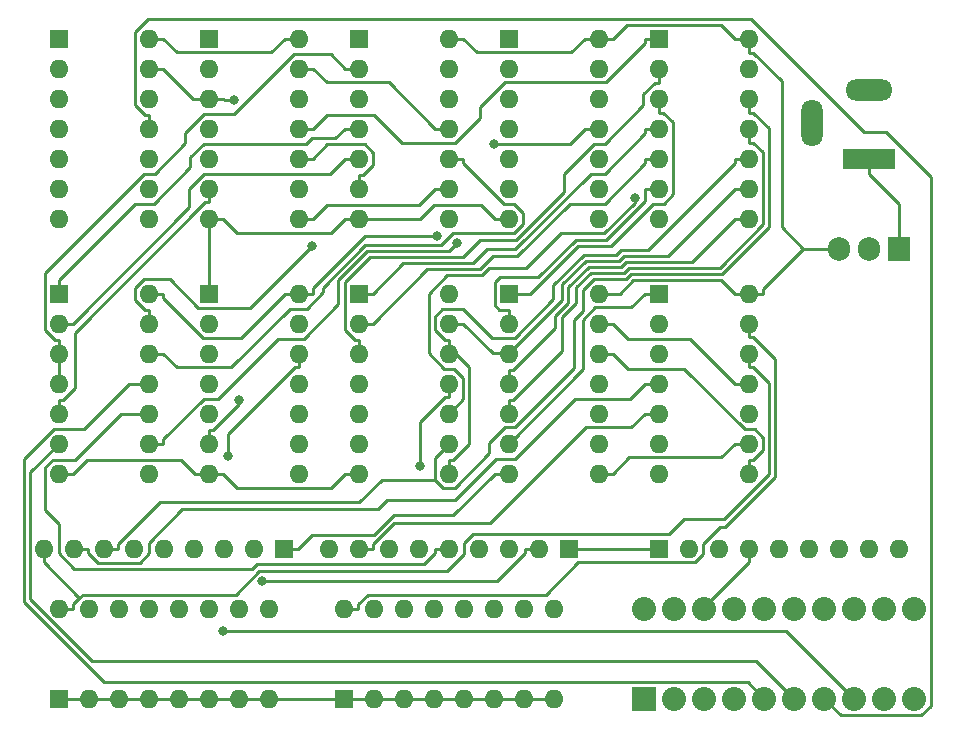
<source format=gbr>
%TF.GenerationSoftware,KiCad,Pcbnew,7.0.7*%
%TF.CreationDate,2023-10-12T01:51:54+03:00*%
%TF.ProjectId,main,6d61696e-2e6b-4696-9361-645f70636258,rev?*%
%TF.SameCoordinates,Original*%
%TF.FileFunction,Copper,L1,Top*%
%TF.FilePolarity,Positive*%
%FSLAX46Y46*%
G04 Gerber Fmt 4.6, Leading zero omitted, Abs format (unit mm)*
G04 Created by KiCad (PCBNEW 7.0.7) date 2023-10-12 01:51:54*
%MOMM*%
%LPD*%
G01*
G04 APERTURE LIST*
%TA.AperFunction,ComponentPad*%
%ADD10R,4.400000X1.800000*%
%TD*%
%TA.AperFunction,ComponentPad*%
%ADD11O,4.000000X1.800000*%
%TD*%
%TA.AperFunction,ComponentPad*%
%ADD12O,1.800000X4.000000*%
%TD*%
%TA.AperFunction,ComponentPad*%
%ADD13R,1.600000X1.600000*%
%TD*%
%TA.AperFunction,ComponentPad*%
%ADD14O,1.600000X1.600000*%
%TD*%
%TA.AperFunction,ComponentPad*%
%ADD15R,1.905000X2.000000*%
%TD*%
%TA.AperFunction,ComponentPad*%
%ADD16O,1.905000X2.000000*%
%TD*%
%TA.AperFunction,ComponentPad*%
%ADD17R,2.032000X2.032000*%
%TD*%
%TA.AperFunction,ComponentPad*%
%ADD18C,2.032000*%
%TD*%
%TA.AperFunction,ViaPad*%
%ADD19C,0.800000*%
%TD*%
%TA.AperFunction,Conductor*%
%ADD20C,0.250000*%
%TD*%
G04 APERTURE END LIST*
D10*
%TO.P,J1,1*%
%TO.N,Net-(U1-IN)*%
X124460000Y-44450000D03*
D11*
%TO.P,J1,2*%
%TO.N,GND*%
X124460000Y-38650000D03*
D12*
%TO.P,J1,3*%
%TO.N,N/C*%
X119660000Y-41450000D03*
%TD*%
D13*
%TO.P,OR2,1*%
%TO.N,Net-(AND3-Pad3)*%
X93980000Y-55875000D03*
D14*
%TO.P,OR2,2*%
%TO.N,Net-(AND3-Pad6)*%
X93980000Y-58415000D03*
%TO.P,OR2,3*%
%TO.N,/full_adder4/C_{in}*%
X93980000Y-60955000D03*
%TO.P,OR2,4*%
%TO.N,Net-(AND3-Pad8)*%
X93980000Y-63495000D03*
%TO.P,OR2,5*%
%TO.N,Net-(AND3-Pad11)*%
X93980000Y-66035000D03*
%TO.P,OR2,6*%
%TO.N,/full_adder4/C_{out}*%
X93980000Y-68575000D03*
%TO.P,OR2,7,GND*%
%TO.N,GND*%
X93980000Y-71115000D03*
%TO.P,OR2,8*%
%TO.N,/full_adder6/C_{out}*%
X101600000Y-71115000D03*
%TO.P,OR2,9*%
%TO.N,Net-(AND4-Pad3)*%
X101600000Y-68575000D03*
%TO.P,OR2,10*%
%TO.N,Net-(AND4-Pad6)*%
X101600000Y-66035000D03*
%TO.P,OR2,11*%
%TO.N,/full_adder7/C_{out}*%
X101600000Y-63495000D03*
%TO.P,OR2,12*%
%TO.N,Net-(AND4-Pad8)*%
X101600000Y-60955000D03*
%TO.P,OR2,13*%
%TO.N,Net-(AND4-Pad11)*%
X101600000Y-58415000D03*
%TO.P,OR2,14,VCC*%
%TO.N,+5V*%
X101600000Y-55875000D03*
%TD*%
D13*
%TO.P,AND3,1*%
%TO.N,/full_adder3/C_{out}*%
X106680000Y-34295000D03*
D14*
%TO.P,AND3,2*%
%TO.N,Net-(AND3-Pad2)*%
X106680000Y-36835000D03*
%TO.P,AND3,3*%
%TO.N,Net-(AND3-Pad3)*%
X106680000Y-39375000D03*
%TO.P,AND3,4*%
%TO.N,A_{4}*%
X106680000Y-41915000D03*
%TO.P,AND3,5*%
%TO.N,B_{4}*%
X106680000Y-44455000D03*
%TO.P,AND3,6*%
%TO.N,Net-(AND3-Pad6)*%
X106680000Y-46995000D03*
%TO.P,AND3,7,GND*%
%TO.N,GND*%
X106680000Y-49535000D03*
%TO.P,AND3,8*%
%TO.N,Net-(AND3-Pad8)*%
X114300000Y-49535000D03*
%TO.P,AND3,9*%
%TO.N,/full_adder4/C_{in}*%
X114300000Y-46995000D03*
%TO.P,AND3,10*%
%TO.N,Net-(AND3-Pad10)*%
X114300000Y-44455000D03*
%TO.P,AND3,11*%
%TO.N,Net-(AND3-Pad11)*%
X114300000Y-41915000D03*
%TO.P,AND3,12*%
%TO.N,A_{5}*%
X114300000Y-39375000D03*
%TO.P,AND3,13*%
%TO.N,B_{5}*%
X114300000Y-36835000D03*
%TO.P,AND3,14,VCC*%
%TO.N,+5V*%
X114300000Y-34295000D03*
%TD*%
D13*
%TO.P,XOR3,1*%
%TO.N,A_{4}*%
X81280000Y-55875000D03*
D14*
%TO.P,XOR3,2*%
%TO.N,B_{4}*%
X81280000Y-58415000D03*
%TO.P,XOR3,3*%
%TO.N,Net-(AND3-Pad2)*%
X81280000Y-60955000D03*
%TO.P,XOR3,4*%
X81280000Y-63495000D03*
%TO.P,XOR3,5*%
%TO.N,/full_adder3/C_{out}*%
X81280000Y-66035000D03*
%TO.P,XOR3,6*%
%TO.N,C_{4}*%
X81280000Y-68575000D03*
%TO.P,XOR3,7,GND*%
%TO.N,GND*%
X81280000Y-71115000D03*
%TO.P,XOR3,8*%
%TO.N,Net-(AND3-Pad10)*%
X88900000Y-71115000D03*
%TO.P,XOR3,9*%
%TO.N,A_{5}*%
X88900000Y-68575000D03*
%TO.P,XOR3,10*%
%TO.N,B_{5}*%
X88900000Y-66035000D03*
%TO.P,XOR3,11*%
%TO.N,C_{5}*%
X88900000Y-63495000D03*
%TO.P,XOR3,12*%
%TO.N,Net-(AND3-Pad10)*%
X88900000Y-60955000D03*
%TO.P,XOR3,13*%
%TO.N,/full_adder4/C_{in}*%
X88900000Y-58415000D03*
%TO.P,XOR3,14,VCC*%
%TO.N,+5V*%
X88900000Y-55875000D03*
%TD*%
D15*
%TO.P,U1,1,IN*%
%TO.N,Net-(U1-IN)*%
X127000000Y-52070000D03*
D16*
%TO.P,U1,2,GND*%
%TO.N,GND*%
X124460000Y-52070000D03*
%TO.P,U1,3,OUT*%
%TO.N,+5V*%
X121920000Y-52070000D03*
%TD*%
D13*
%TO.P,SW2,1*%
%TO.N,+5V*%
X80010000Y-90170000D03*
D14*
%TO.P,SW2,2*%
X82550000Y-90170000D03*
%TO.P,SW2,3*%
X85090000Y-90170000D03*
%TO.P,SW2,4*%
X87630000Y-90170000D03*
%TO.P,SW2,5*%
X90170000Y-90170000D03*
%TO.P,SW2,6*%
X92710000Y-90170000D03*
%TO.P,SW2,7*%
X95250000Y-90170000D03*
%TO.P,SW2,8*%
X97790000Y-90170000D03*
%TO.P,SW2,9*%
%TO.N,B_{0}*%
X97790000Y-82550000D03*
%TO.P,SW2,10*%
%TO.N,B_{1}*%
X95250000Y-82550000D03*
%TO.P,SW2,11*%
%TO.N,B_{2}*%
X92710000Y-82550000D03*
%TO.P,SW2,12*%
%TO.N,B_{3}*%
X90170000Y-82550000D03*
%TO.P,SW2,13*%
%TO.N,B_{4}*%
X87630000Y-82550000D03*
%TO.P,SW2,14*%
%TO.N,B_{5}*%
X85090000Y-82550000D03*
%TO.P,SW2,15*%
%TO.N,B_{6}*%
X82550000Y-82550000D03*
%TO.P,SW2,16*%
%TO.N,B_{7}*%
X80010000Y-82550000D03*
%TD*%
D13*
%TO.P,RN2,1,common*%
%TO.N,GND*%
X99060000Y-77470000D03*
D14*
%TO.P,RN2,2,R1*%
%TO.N,B_{0}*%
X96520000Y-77470000D03*
%TO.P,RN2,3,R2*%
%TO.N,B_{1}*%
X93980000Y-77470000D03*
%TO.P,RN2,4,R3*%
%TO.N,B_{2}*%
X91440000Y-77470000D03*
%TO.P,RN2,5,R4*%
%TO.N,B_{3}*%
X88900000Y-77470000D03*
%TO.P,RN2,6,R5*%
%TO.N,B_{4}*%
X86360000Y-77470000D03*
%TO.P,RN2,7,R6*%
%TO.N,B_{5}*%
X83820000Y-77470000D03*
%TO.P,RN2,8,R7*%
%TO.N,B_{6}*%
X81280000Y-77470000D03*
%TO.P,RN2,9,R8*%
%TO.N,B_{7}*%
X78740000Y-77470000D03*
%TD*%
D13*
%TO.P,OR1,1*%
%TO.N,Net-(AND1-Pad3)*%
X68580000Y-34290000D03*
D14*
%TO.P,OR1,2*%
%TO.N,Net-(AND1-Pad6)*%
X68580000Y-36830000D03*
%TO.P,OR1,3*%
%TO.N,/full_adder/C_{out}*%
X68580000Y-39370000D03*
%TO.P,OR1,4*%
%TO.N,Net-(AND1-Pad8)*%
X68580000Y-41910000D03*
%TO.P,OR1,5*%
%TO.N,Net-(AND1-Pad11)*%
X68580000Y-44450000D03*
%TO.P,OR1,6*%
%TO.N,/full_adder1/C_{out}*%
X68580000Y-46990000D03*
%TO.P,OR1,7,GND*%
%TO.N,GND*%
X68580000Y-49530000D03*
%TO.P,OR1,8*%
%TO.N,/full_adder2/C_{out}*%
X76200000Y-49530000D03*
%TO.P,OR1,9*%
%TO.N,Net-(AND2-Pad3)*%
X76200000Y-46990000D03*
%TO.P,OR1,10*%
%TO.N,Net-(AND2-Pad6)*%
X76200000Y-44450000D03*
%TO.P,OR1,11*%
%TO.N,/full_adder3/C_{out}*%
X76200000Y-41910000D03*
%TO.P,OR1,12*%
%TO.N,Net-(AND2-Pad8)*%
X76200000Y-39370000D03*
%TO.P,OR1,13*%
%TO.N,Net-(AND2-Pad11)*%
X76200000Y-36830000D03*
%TO.P,OR1,14,VCC*%
%TO.N,+5V*%
X76200000Y-34290000D03*
%TD*%
D13*
%TO.P,SW1,1*%
%TO.N,+5V*%
X55880000Y-90170000D03*
D14*
%TO.P,SW1,2*%
X58420000Y-90170000D03*
%TO.P,SW1,3*%
X60960000Y-90170000D03*
%TO.P,SW1,4*%
X63500000Y-90170000D03*
%TO.P,SW1,5*%
X66040000Y-90170000D03*
%TO.P,SW1,6*%
X68580000Y-90170000D03*
%TO.P,SW1,7*%
X71120000Y-90170000D03*
%TO.P,SW1,8*%
X73660000Y-90170000D03*
%TO.P,SW1,9*%
%TO.N,A_{0}*%
X73660000Y-82550000D03*
%TO.P,SW1,10*%
%TO.N,A_{1}*%
X71120000Y-82550000D03*
%TO.P,SW1,11*%
%TO.N,A_{2}*%
X68580000Y-82550000D03*
%TO.P,SW1,12*%
%TO.N,A_{3}*%
X66040000Y-82550000D03*
%TO.P,SW1,13*%
%TO.N,A_{4}*%
X63500000Y-82550000D03*
%TO.P,SW1,14*%
%TO.N,A_{5}*%
X60960000Y-82550000D03*
%TO.P,SW1,15*%
%TO.N,A_{6}*%
X58420000Y-82550000D03*
%TO.P,SW1,16*%
%TO.N,A_{7}*%
X55880000Y-82550000D03*
%TD*%
D13*
%TO.P,RN1,1,common*%
%TO.N,GND*%
X74930000Y-77470000D03*
D14*
%TO.P,RN1,2,R1*%
%TO.N,A_{0}*%
X72390000Y-77470000D03*
%TO.P,RN1,3,R2*%
%TO.N,A_{1}*%
X69850000Y-77470000D03*
%TO.P,RN1,4,R3*%
%TO.N,A_{2}*%
X67310000Y-77470000D03*
%TO.P,RN1,5,R4*%
%TO.N,A_{3}*%
X64770000Y-77470000D03*
%TO.P,RN1,6,R5*%
%TO.N,A_{4}*%
X62230000Y-77470000D03*
%TO.P,RN1,7,R6*%
%TO.N,A_{5}*%
X59690000Y-77470000D03*
%TO.P,RN1,8,R7*%
%TO.N,A_{6}*%
X57150000Y-77470000D03*
%TO.P,RN1,9,R8*%
%TO.N,A_{7}*%
X54610000Y-77470000D03*
%TD*%
D13*
%TO.P,XOR2,1*%
%TO.N,A_{2}*%
X55880000Y-55880000D03*
D14*
%TO.P,XOR2,2*%
%TO.N,B_{2}*%
X55880000Y-58420000D03*
%TO.P,XOR2,3*%
%TO.N,Net-(AND2-Pad2)*%
X55880000Y-60960000D03*
%TO.P,XOR2,4*%
X55880000Y-63500000D03*
%TO.P,XOR2,5*%
%TO.N,/full_adder1/C_{out}*%
X55880000Y-66040000D03*
%TO.P,XOR2,6*%
%TO.N,C_{2}*%
X55880000Y-68580000D03*
%TO.P,XOR2,7,GND*%
%TO.N,GND*%
X55880000Y-71120000D03*
%TO.P,XOR2,8*%
%TO.N,Net-(AND2-Pad10)*%
X63500000Y-71120000D03*
%TO.P,XOR2,9*%
%TO.N,A_{3}*%
X63500000Y-68580000D03*
%TO.P,XOR2,10*%
%TO.N,B_{3}*%
X63500000Y-66040000D03*
%TO.P,XOR2,11*%
%TO.N,C_{3}*%
X63500000Y-63500000D03*
%TO.P,XOR2,12*%
%TO.N,Net-(AND2-Pad10)*%
X63500000Y-60960000D03*
%TO.P,XOR2,13*%
%TO.N,/full_adder2/C_{out}*%
X63500000Y-58420000D03*
%TO.P,XOR2,14,VCC*%
%TO.N,+5V*%
X63500000Y-55880000D03*
%TD*%
D17*
%TO.P,BAR1,1,A*%
%TO.N,C_{7}*%
X105410000Y-90170000D03*
D18*
%TO.P,BAR1,2,A*%
%TO.N,C_{6}*%
X107950000Y-90170000D03*
%TO.P,BAR1,3,A*%
%TO.N,C_{5}*%
X110490000Y-90170000D03*
%TO.P,BAR1,4,A*%
%TO.N,C_{4}*%
X113030000Y-90170000D03*
%TO.P,BAR1,5,A*%
%TO.N,C_{3}*%
X115570000Y-90170000D03*
%TO.P,BAR1,6,A*%
%TO.N,C_{2}*%
X118110000Y-90170000D03*
%TO.P,BAR1,7,A*%
%TO.N,C_{1}*%
X120650000Y-90170000D03*
%TO.P,BAR1,8,A*%
%TO.N,C_{0}*%
X123190000Y-90170000D03*
%TO.P,BAR1,9,A*%
%TO.N,unconnected-(BAR1-A-Pad9)*%
X125730000Y-90170000D03*
%TO.P,BAR1,10,A*%
%TO.N,unconnected-(BAR1-A-Pad10)*%
X128270000Y-90170000D03*
%TO.P,BAR1,11,K*%
%TO.N,unconnected-(BAR1-K-Pad11)*%
X128270000Y-82550000D03*
%TO.P,BAR1,12,K*%
%TO.N,unconnected-(BAR1-K-Pad12)*%
X125730000Y-82550000D03*
%TO.P,BAR1,13,K*%
%TO.N,Net-(RN3-R8)*%
X123190000Y-82550000D03*
%TO.P,BAR1,14,K*%
%TO.N,Net-(RN3-R7)*%
X120650000Y-82550000D03*
%TO.P,BAR1,15,K*%
%TO.N,Net-(RN3-R6)*%
X118110000Y-82550000D03*
%TO.P,BAR1,16,K*%
%TO.N,Net-(RN3-R5)*%
X115570000Y-82550000D03*
%TO.P,BAR1,17,K*%
%TO.N,Net-(RN3-R4)*%
X113030000Y-82550000D03*
%TO.P,BAR1,18,K*%
%TO.N,Net-(RN3-R3)*%
X110490000Y-82550000D03*
%TO.P,BAR1,19,K*%
%TO.N,Net-(RN3-R2)*%
X107950000Y-82550000D03*
%TO.P,BAR1,20,K*%
%TO.N,Net-(RN3-R1)*%
X105410000Y-82550000D03*
%TD*%
D13*
%TO.P,XOR4,1*%
%TO.N,A_{6}*%
X93980000Y-34290000D03*
D14*
%TO.P,XOR4,2*%
%TO.N,B_{6}*%
X93980000Y-36830000D03*
%TO.P,XOR4,3*%
%TO.N,Net-(AND4-Pad2)*%
X93980000Y-39370000D03*
%TO.P,XOR4,4*%
X93980000Y-41910000D03*
%TO.P,XOR4,5*%
%TO.N,/full_adder4/C_{out}*%
X93980000Y-44450000D03*
%TO.P,XOR4,6*%
%TO.N,C_{6}*%
X93980000Y-46990000D03*
%TO.P,XOR4,7,GND*%
%TO.N,GND*%
X93980000Y-49530000D03*
%TO.P,XOR4,8*%
%TO.N,Net-(AND4-Pad10)*%
X101600000Y-49530000D03*
%TO.P,XOR4,9*%
%TO.N,A_{7}*%
X101600000Y-46990000D03*
%TO.P,XOR4,10*%
%TO.N,B_{7}*%
X101600000Y-44450000D03*
%TO.P,XOR4,11*%
%TO.N,C_{7}*%
X101600000Y-41910000D03*
%TO.P,XOR4,12*%
%TO.N,Net-(AND4-Pad10)*%
X101600000Y-39370000D03*
%TO.P,XOR4,13*%
%TO.N,/full_adder6/C_{out}*%
X101600000Y-36830000D03*
%TO.P,XOR4,14,VCC*%
%TO.N,+5V*%
X101600000Y-34290000D03*
%TD*%
D13*
%TO.P,RN3,1,common*%
%TO.N,GND*%
X106680000Y-77470000D03*
D14*
%TO.P,RN3,2,R1*%
%TO.N,Net-(RN3-R1)*%
X109220000Y-77470000D03*
%TO.P,RN3,3,R2*%
%TO.N,Net-(RN3-R2)*%
X111760000Y-77470000D03*
%TO.P,RN3,4,R3*%
%TO.N,Net-(RN3-R3)*%
X114300000Y-77470000D03*
%TO.P,RN3,5,R4*%
%TO.N,Net-(RN3-R4)*%
X116840000Y-77470000D03*
%TO.P,RN3,6,R5*%
%TO.N,Net-(RN3-R5)*%
X119380000Y-77470000D03*
%TO.P,RN3,7,R6*%
%TO.N,Net-(RN3-R6)*%
X121920000Y-77470000D03*
%TO.P,RN3,8,R7*%
%TO.N,Net-(RN3-R7)*%
X124460000Y-77470000D03*
%TO.P,RN3,9,R8*%
%TO.N,Net-(RN3-R8)*%
X127000000Y-77470000D03*
%TD*%
D13*
%TO.P,XOR1,1*%
%TO.N,A_{0}*%
X55880000Y-34290000D03*
D14*
%TO.P,XOR1,2*%
%TO.N,B_{0}*%
X55880000Y-36830000D03*
%TO.P,XOR1,3*%
%TO.N,Net-(AND1-Pad2)*%
X55880000Y-39370000D03*
%TO.P,XOR1,4*%
X55880000Y-41910000D03*
%TO.P,XOR1,5*%
%TO.N,GND*%
X55880000Y-44450000D03*
%TO.P,XOR1,6*%
%TO.N,C_{0}*%
X55880000Y-46990000D03*
%TO.P,XOR1,7,GND*%
%TO.N,GND*%
X55880000Y-49530000D03*
%TO.P,XOR1,8*%
%TO.N,Net-(AND1-Pad10)*%
X63500000Y-49530000D03*
%TO.P,XOR1,9*%
%TO.N,A_{1}*%
X63500000Y-46990000D03*
%TO.P,XOR1,10*%
%TO.N,B_{1}*%
X63500000Y-44450000D03*
%TO.P,XOR1,11*%
%TO.N,C_{1}*%
X63500000Y-41910000D03*
%TO.P,XOR1,12*%
%TO.N,Net-(AND1-Pad10)*%
X63500000Y-39370000D03*
%TO.P,XOR1,13*%
%TO.N,/full_adder/C_{out}*%
X63500000Y-36830000D03*
%TO.P,XOR1,14,VCC*%
%TO.N,+5V*%
X63500000Y-34290000D03*
%TD*%
D13*
%TO.P,AND1,1*%
%TO.N,GND*%
X68580000Y-55875000D03*
D14*
%TO.P,AND1,2*%
%TO.N,Net-(AND1-Pad2)*%
X68580000Y-58415000D03*
%TO.P,AND1,3*%
%TO.N,Net-(AND1-Pad3)*%
X68580000Y-60955000D03*
%TO.P,AND1,4*%
%TO.N,A_{0}*%
X68580000Y-63495000D03*
%TO.P,AND1,5*%
%TO.N,B_{0}*%
X68580000Y-66035000D03*
%TO.P,AND1,6*%
%TO.N,Net-(AND1-Pad6)*%
X68580000Y-68575000D03*
%TO.P,AND1,7,GND*%
%TO.N,GND*%
X68580000Y-71115000D03*
%TO.P,AND1,8*%
%TO.N,Net-(AND1-Pad8)*%
X76200000Y-71115000D03*
%TO.P,AND1,9*%
%TO.N,/full_adder/C_{out}*%
X76200000Y-68575000D03*
%TO.P,AND1,10*%
%TO.N,Net-(AND1-Pad10)*%
X76200000Y-66035000D03*
%TO.P,AND1,11*%
%TO.N,Net-(AND1-Pad11)*%
X76200000Y-63495000D03*
%TO.P,AND1,12*%
%TO.N,A_{1}*%
X76200000Y-60955000D03*
%TO.P,AND1,13*%
%TO.N,B_{1}*%
X76200000Y-58415000D03*
%TO.P,AND1,14,VCC*%
%TO.N,+5V*%
X76200000Y-55875000D03*
%TD*%
D13*
%TO.P,AND4,1*%
%TO.N,/full_adder4/C_{out}*%
X106680000Y-55880000D03*
D14*
%TO.P,AND4,2*%
%TO.N,Net-(AND4-Pad2)*%
X106680000Y-58420000D03*
%TO.P,AND4,3*%
%TO.N,Net-(AND4-Pad3)*%
X106680000Y-60960000D03*
%TO.P,AND4,4*%
%TO.N,A_{6}*%
X106680000Y-63500000D03*
%TO.P,AND4,5*%
%TO.N,B_{6}*%
X106680000Y-66040000D03*
%TO.P,AND4,6*%
%TO.N,Net-(AND4-Pad6)*%
X106680000Y-68580000D03*
%TO.P,AND4,7,GND*%
%TO.N,GND*%
X106680000Y-71120000D03*
%TO.P,AND4,8*%
%TO.N,Net-(AND4-Pad8)*%
X114300000Y-71120000D03*
%TO.P,AND4,9*%
%TO.N,/full_adder6/C_{out}*%
X114300000Y-68580000D03*
%TO.P,AND4,10*%
%TO.N,Net-(AND4-Pad10)*%
X114300000Y-66040000D03*
%TO.P,AND4,11*%
%TO.N,Net-(AND4-Pad11)*%
X114300000Y-63500000D03*
%TO.P,AND4,12*%
%TO.N,A_{7}*%
X114300000Y-60960000D03*
%TO.P,AND4,13*%
%TO.N,B_{7}*%
X114300000Y-58420000D03*
%TO.P,AND4,14,VCC*%
%TO.N,+5V*%
X114300000Y-55880000D03*
%TD*%
D13*
%TO.P,AND2,1*%
%TO.N,/full_adder1/C_{out}*%
X81280000Y-34290000D03*
D14*
%TO.P,AND2,2*%
%TO.N,Net-(AND2-Pad2)*%
X81280000Y-36830000D03*
%TO.P,AND2,3*%
%TO.N,Net-(AND2-Pad3)*%
X81280000Y-39370000D03*
%TO.P,AND2,4*%
%TO.N,A_{2}*%
X81280000Y-41910000D03*
%TO.P,AND2,5*%
%TO.N,B_{2}*%
X81280000Y-44450000D03*
%TO.P,AND2,6*%
%TO.N,Net-(AND2-Pad6)*%
X81280000Y-46990000D03*
%TO.P,AND2,7,GND*%
%TO.N,GND*%
X81280000Y-49530000D03*
%TO.P,AND2,8*%
%TO.N,Net-(AND2-Pad8)*%
X88900000Y-49530000D03*
%TO.P,AND2,9*%
%TO.N,/full_adder2/C_{out}*%
X88900000Y-46990000D03*
%TO.P,AND2,10*%
%TO.N,Net-(AND2-Pad10)*%
X88900000Y-44450000D03*
%TO.P,AND2,11*%
%TO.N,Net-(AND2-Pad11)*%
X88900000Y-41910000D03*
%TO.P,AND2,12*%
%TO.N,A_{3}*%
X88900000Y-39370000D03*
%TO.P,AND2,13*%
%TO.N,B_{3}*%
X88900000Y-36830000D03*
%TO.P,AND2,14,VCC*%
%TO.N,+5V*%
X88900000Y-34290000D03*
%TD*%
D19*
%TO.N,B_{0}*%
X73086400Y-80215700D03*
%TO.N,Net-(AND1-Pad6)*%
X71102900Y-64902400D03*
%TO.N,/full_adder/C_{out}*%
X70673200Y-39505500D03*
%TO.N,A_{1}*%
X70220600Y-69633800D03*
%TO.N,+5V*%
X87915800Y-51011900D03*
%TO.N,/full_adder2/C_{out}*%
X77291900Y-51839200D03*
%TO.N,A_{3}*%
X89585800Y-51629800D03*
%TO.N,B_{5}*%
X104626400Y-47793300D03*
%TO.N,C_{0}*%
X69731500Y-84442200D03*
%TO.N,C_{5}*%
X86415000Y-70457400D03*
%TO.N,C_{7}*%
X92666600Y-43180000D03*
%TD*%
D20*
%TO.N,GND*%
X80103100Y-49530000D02*
X78909700Y-50723400D01*
X93980000Y-49530000D02*
X92803100Y-49530000D01*
X57056900Y-71120000D02*
X58238700Y-69938200D01*
X70945700Y-72303800D02*
X69756900Y-71115000D01*
X92803100Y-71115000D02*
X89260400Y-74657700D01*
X58238700Y-69938200D02*
X66226300Y-69938200D01*
X81280000Y-49530000D02*
X80103100Y-49530000D01*
X106680000Y-77470000D02*
X99060000Y-77470000D01*
X68580000Y-55875000D02*
X68580000Y-49530000D01*
X70950300Y-50723400D02*
X69756900Y-49530000D01*
X82560300Y-76293100D02*
X77283800Y-76293100D01*
X81280000Y-71115000D02*
X80103100Y-71115000D01*
X86472600Y-49530000D02*
X82456900Y-49530000D01*
X68580000Y-71115000D02*
X69756900Y-71115000D01*
X91612500Y-48339400D02*
X87663200Y-48339400D01*
X93980000Y-71115000D02*
X92803100Y-71115000D01*
X78914300Y-72303800D02*
X70945700Y-72303800D01*
X81280000Y-49530000D02*
X82456900Y-49530000D01*
X87663200Y-48339400D02*
X86472600Y-49530000D01*
X68580000Y-49530000D02*
X69756900Y-49530000D01*
X89260400Y-74657700D02*
X84195700Y-74657700D01*
X74930000Y-77470000D02*
X76106900Y-77470000D01*
X77283800Y-76293100D02*
X76106900Y-77470000D01*
X84195700Y-74657700D02*
X82560300Y-76293100D01*
X92803100Y-49530000D02*
X91612500Y-48339400D01*
X55880000Y-71120000D02*
X57056900Y-71120000D01*
X80103100Y-71115000D02*
X78914300Y-72303800D01*
X68580000Y-71115000D02*
X67403100Y-71115000D01*
X66226300Y-69938200D02*
X67403100Y-71115000D01*
X78909700Y-50723400D02*
X70950300Y-50723400D01*
%TO.N,B_{0}*%
X95343100Y-77837700D02*
X92965100Y-80215700D01*
X92965100Y-80215700D02*
X73086400Y-80215700D01*
X95343100Y-77470000D02*
X95343100Y-77837700D01*
X96520000Y-77470000D02*
X95343100Y-77470000D01*
%TO.N,Net-(AND1-Pad6)*%
X71102900Y-65243000D02*
X71102900Y-64902400D01*
X68580000Y-67398100D02*
X68947800Y-67398100D01*
X68580000Y-68575000D02*
X68580000Y-67398100D01*
X68947800Y-67398100D02*
X71102900Y-65243000D01*
%TO.N,/full_adder/C_{out}*%
X64676900Y-36830000D02*
X67216900Y-39370000D01*
X67216900Y-39370000D02*
X68580000Y-39370000D01*
X63500000Y-36830000D02*
X64676900Y-36830000D01*
X70673200Y-39505500D02*
X69892400Y-39505500D01*
X69892400Y-39505500D02*
X69756900Y-39370000D01*
X68580000Y-39370000D02*
X69756900Y-39370000D01*
%TO.N,A_{1}*%
X70220600Y-69633800D02*
X70220600Y-67745500D01*
X75834200Y-62131900D02*
X76200000Y-62131900D01*
X70220600Y-67745500D02*
X75834200Y-62131900D01*
X76200000Y-60955000D02*
X76200000Y-62131900D01*
%TO.N,+5V*%
X58420000Y-90170000D02*
X60960000Y-90170000D01*
X114300000Y-55880000D02*
X115476900Y-55880000D01*
X88900000Y-34290000D02*
X90076900Y-34290000D01*
X104507600Y-54703100D02*
X111946200Y-54703100D01*
X95250000Y-90170000D02*
X92710000Y-90170000D01*
X64676900Y-56247800D02*
X68059200Y-59630100D01*
X90170000Y-90170000D02*
X87630000Y-90170000D01*
X64676900Y-34290000D02*
X65853800Y-35466900D01*
X85090000Y-90170000D02*
X87630000Y-90170000D01*
X101600000Y-34290000D02*
X100423100Y-34290000D01*
X99246200Y-35466900D02*
X100423100Y-34290000D01*
X64676900Y-55880000D02*
X64676900Y-56247800D01*
X118889900Y-52070000D02*
X115476900Y-55483000D01*
X121920000Y-52070000D02*
X118889900Y-52070000D01*
X66040000Y-90170000D02*
X68580000Y-90170000D01*
X90076900Y-34290000D02*
X91253800Y-35466900D01*
X63500000Y-55880000D02*
X64676900Y-55880000D01*
X63500000Y-90170000D02*
X66040000Y-90170000D01*
X65853800Y-35466900D02*
X73846200Y-35466900D01*
X82550000Y-90170000D02*
X85090000Y-90170000D01*
X118889900Y-52070000D02*
X117055900Y-50236000D01*
X97790000Y-90170000D02*
X95250000Y-90170000D01*
X55880000Y-90170000D02*
X58420000Y-90170000D01*
X87915800Y-51011900D02*
X81752300Y-51011900D01*
X82550000Y-90170000D02*
X80010000Y-90170000D01*
X117055900Y-50236000D02*
X117055900Y-37862000D01*
X102776900Y-55875000D02*
X103335700Y-55875000D01*
X115476900Y-55483000D02*
X115476900Y-55880000D01*
X75611600Y-55875000D02*
X75023100Y-55875000D01*
X111946200Y-54703100D02*
X113123100Y-55880000D01*
X77376900Y-55387300D02*
X77376900Y-55875000D01*
X60960000Y-90170000D02*
X63500000Y-90170000D01*
X114665800Y-35471900D02*
X114300000Y-35471900D01*
X68059200Y-59630100D02*
X71268000Y-59630100D01*
X114300000Y-55880000D02*
X113123100Y-55880000D01*
X71268000Y-59630100D02*
X75023100Y-55875000D01*
X111946200Y-33118100D02*
X103948800Y-33118100D01*
X81752300Y-51011900D02*
X77376900Y-55387300D01*
X63500000Y-34290000D02*
X64676900Y-34290000D01*
X73660000Y-90170000D02*
X80010000Y-90170000D01*
X92710000Y-90170000D02*
X90170000Y-90170000D01*
X76200000Y-34290000D02*
X75023100Y-34290000D01*
X113123100Y-34295000D02*
X111946200Y-33118100D01*
X75611600Y-55875000D02*
X76200000Y-55875000D01*
X103335700Y-55875000D02*
X104507600Y-54703100D01*
X114300000Y-34295000D02*
X114300000Y-35471900D01*
X71120000Y-90170000D02*
X73660000Y-90170000D01*
X103948800Y-33118100D02*
X102776900Y-34290000D01*
X73846200Y-35466900D02*
X75023100Y-34290000D01*
X117055900Y-37862000D02*
X114665800Y-35471900D01*
X101600000Y-55875000D02*
X102776900Y-55875000D01*
X91253800Y-35466900D02*
X99246200Y-35466900D01*
X68580000Y-90170000D02*
X71120000Y-90170000D01*
X101600000Y-34290000D02*
X102776900Y-34290000D01*
X114300000Y-34295000D02*
X113123100Y-34295000D01*
X76200000Y-55875000D02*
X77376900Y-55875000D01*
%TO.N,/full_adder1/C_{out}*%
X57244600Y-63864300D02*
X56245800Y-64863100D01*
X56245800Y-64863100D02*
X55880000Y-64863100D01*
X57244600Y-59188600D02*
X57244600Y-63864300D01*
X68580000Y-48166900D02*
X68266300Y-48166900D01*
X68580000Y-46990000D02*
X68580000Y-48166900D01*
X68266300Y-48166900D02*
X57244600Y-59188600D01*
X55880000Y-66040000D02*
X55880000Y-64863100D01*
%TO.N,Net-(AND2-Pad2)*%
X70713300Y-40640000D02*
X68156800Y-40640000D01*
X63970600Y-45720000D02*
X63073000Y-45720000D01*
X54689400Y-58958300D02*
X55514200Y-59783100D01*
X68156800Y-40640000D02*
X66526200Y-42270600D01*
X78884000Y-35610900D02*
X75742400Y-35610900D01*
X54689400Y-54103600D02*
X54689400Y-58958300D01*
X80103100Y-36830000D02*
X78884000Y-35610900D01*
X66526200Y-42270600D02*
X66526200Y-43164400D01*
X63073000Y-45720000D02*
X54689400Y-54103600D01*
X81280000Y-36830000D02*
X80103100Y-36830000D01*
X55880000Y-60960000D02*
X55880000Y-63500000D01*
X75742400Y-35610900D02*
X70713300Y-40640000D01*
X55880000Y-60960000D02*
X55880000Y-59783100D01*
X66526200Y-43164400D02*
X63970600Y-45720000D01*
X55514200Y-59783100D02*
X55880000Y-59783100D01*
%TO.N,A_{2}*%
X68122200Y-43180000D02*
X76814600Y-43180000D01*
X66997800Y-44304400D02*
X68122200Y-43180000D01*
X79277100Y-42736000D02*
X80103100Y-41910000D01*
X77258600Y-42736000D02*
X79277100Y-42736000D01*
X76814600Y-43180000D02*
X77258600Y-42736000D01*
X62309600Y-48273500D02*
X63903300Y-48273500D01*
X66997800Y-45179000D02*
X66997800Y-44304400D01*
X63903300Y-48273500D02*
X66997800Y-45179000D01*
X55880000Y-55880000D02*
X55880000Y-54703100D01*
X81280000Y-41910000D02*
X80103100Y-41910000D01*
X55880000Y-54703100D02*
X62309600Y-48273500D01*
%TO.N,B_{2}*%
X81280000Y-44450000D02*
X80103100Y-44450000D01*
X78833100Y-45720000D02*
X68181000Y-45720000D01*
X68181000Y-45720000D02*
X66902700Y-46998300D01*
X66902700Y-48574200D02*
X57056900Y-58420000D01*
X80103100Y-44450000D02*
X78833100Y-45720000D01*
X55880000Y-58420000D02*
X57056900Y-58420000D01*
X66902700Y-46998300D02*
X66902700Y-48574200D01*
%TO.N,Net-(AND2-Pad6)*%
X81772800Y-43237900D02*
X82480600Y-43945700D01*
X77376900Y-44450000D02*
X78589000Y-43237900D01*
X78589000Y-43237900D02*
X81772800Y-43237900D01*
X82480600Y-44978300D02*
X81645800Y-45813100D01*
X81645800Y-45813100D02*
X81280000Y-45813100D01*
X81280000Y-46990000D02*
X81280000Y-45813100D01*
X82480600Y-43945700D02*
X82480600Y-44978300D01*
X76200000Y-44450000D02*
X77376900Y-44450000D01*
%TO.N,/full_adder2/C_{out}*%
X77376900Y-49530000D02*
X78553800Y-48353100D01*
X76200000Y-49530000D02*
X77376900Y-49530000D01*
X63500000Y-58420000D02*
X63500000Y-57243100D01*
X62303600Y-56412500D02*
X63134200Y-57243100D01*
X65231800Y-54668900D02*
X63032700Y-54668900D01*
X72066200Y-57064900D02*
X67627800Y-57064900D01*
X78553800Y-48353100D02*
X86360000Y-48353100D01*
X63134200Y-57243100D02*
X63500000Y-57243100D01*
X67627800Y-57064900D02*
X65231800Y-54668900D01*
X63032700Y-54668900D02*
X62303600Y-55398000D01*
X86360000Y-48353100D02*
X87723100Y-46990000D01*
X88900000Y-46990000D02*
X87723100Y-46990000D01*
X62303600Y-55398000D02*
X62303600Y-56412500D01*
X77291900Y-51839200D02*
X72066200Y-57064900D01*
%TO.N,Net-(AND2-Pad10)*%
X81772900Y-51788800D02*
X78186800Y-55374900D01*
X89242200Y-50784100D02*
X88237500Y-51788800D01*
X78186800Y-55374900D02*
X78186800Y-55789100D01*
X63500000Y-60960000D02*
X64676900Y-60960000D01*
X88900000Y-44450000D02*
X90076900Y-44450000D01*
X90076900Y-44450000D02*
X90076900Y-44817800D01*
X75399600Y-57145000D02*
X70407800Y-62136800D01*
X65853700Y-62136800D02*
X64676900Y-60960000D01*
X70407800Y-62136800D02*
X65853700Y-62136800D01*
X94395500Y-48260000D02*
X95190100Y-49054600D01*
X76830900Y-57145000D02*
X75399600Y-57145000D01*
X93519100Y-48260000D02*
X94395500Y-48260000D01*
X95190100Y-49999800D02*
X94405800Y-50784100D01*
X78186800Y-55789100D02*
X76830900Y-57145000D01*
X94405800Y-50784100D02*
X89242200Y-50784100D01*
X95190100Y-49054600D02*
X95190100Y-49999800D01*
X90076900Y-44817800D02*
X93519100Y-48260000D01*
X88237500Y-51788800D02*
X81772900Y-51788800D01*
%TO.N,Net-(AND2-Pad11)*%
X76200000Y-36830000D02*
X77376900Y-36830000D01*
X78553800Y-38006900D02*
X83820000Y-38006900D01*
X77376900Y-36830000D02*
X78553800Y-38006900D01*
X88900000Y-41910000D02*
X87723100Y-41910000D01*
X83820000Y-38006900D02*
X87723100Y-41910000D01*
%TO.N,A_{3}*%
X69334000Y-64765000D02*
X68126100Y-64765000D01*
X76615800Y-59685000D02*
X74414000Y-59685000D01*
X81980800Y-52290700D02*
X79503400Y-54768100D01*
X64676900Y-68214200D02*
X64676900Y-68580000D01*
X79503400Y-56797400D02*
X76615800Y-59685000D01*
X89585800Y-51629800D02*
X88924900Y-52290700D01*
X88924900Y-52290700D02*
X81980800Y-52290700D01*
X68126100Y-64765000D02*
X64676900Y-68214200D01*
X79503400Y-54768100D02*
X79503400Y-56797400D01*
X63500000Y-68580000D02*
X64676900Y-68580000D01*
X74414000Y-59685000D02*
X69334000Y-64765000D01*
%TO.N,B_{3}*%
X72610800Y-78810600D02*
X86748300Y-78810600D01*
X63500000Y-66040000D02*
X61162900Y-66040000D01*
X55340900Y-69938400D02*
X54700600Y-70578700D01*
X88900000Y-77470000D02*
X87723100Y-77470000D01*
X54700600Y-74238000D02*
X55880000Y-75417400D01*
X87723100Y-77835800D02*
X87723100Y-77470000D01*
X61162900Y-66040000D02*
X57264500Y-69938400D01*
X72233400Y-79188000D02*
X72610800Y-78810600D01*
X57182300Y-79188000D02*
X72233400Y-79188000D01*
X55880000Y-77885700D02*
X57182300Y-79188000D01*
X57264500Y-69938400D02*
X55340900Y-69938400D01*
X55880000Y-75417400D02*
X55880000Y-77885700D01*
X54700600Y-70578700D02*
X54700600Y-74238000D01*
X86748300Y-78810600D02*
X87723100Y-77835800D01*
%TO.N,/full_adder3/C_{out}*%
X105503100Y-34662800D02*
X105503100Y-34295000D01*
X82534800Y-40719400D02*
X84940500Y-43125100D01*
X106680000Y-34295000D02*
X105503100Y-34295000D01*
X89389700Y-43125100D02*
X91534600Y-40980200D01*
X84940500Y-43125100D02*
X89389700Y-43125100D01*
X76200000Y-41910000D02*
X77376900Y-41910000D01*
X91534600Y-40980200D02*
X91534600Y-40070900D01*
X78567500Y-40719400D02*
X82534800Y-40719400D01*
X77376900Y-41910000D02*
X78567500Y-40719400D01*
X93598600Y-38006900D02*
X102159000Y-38006900D01*
X102159000Y-38006900D02*
X105503100Y-34662800D01*
X91534600Y-40070900D02*
X93598600Y-38006900D01*
%TO.N,Net-(AND3-Pad2)*%
X102091700Y-43180000D02*
X101191100Y-43180000D01*
X101191100Y-43180000D02*
X98655800Y-45715300D01*
X80103100Y-58969100D02*
X80912100Y-59778100D01*
X105315400Y-39010700D02*
X105315400Y-39956300D01*
X80103100Y-54918900D02*
X80103100Y-58969100D01*
X94538300Y-51373200D02*
X91492900Y-51373200D01*
X80912100Y-59778100D02*
X81280000Y-59778100D01*
X98655800Y-45715300D02*
X98655800Y-47255700D01*
X105315400Y-39956300D02*
X102091700Y-43180000D01*
X82216300Y-52805700D02*
X80103100Y-54918900D01*
X91492900Y-51373200D02*
X90060400Y-52805700D01*
X106680000Y-38011900D02*
X106314200Y-38011900D01*
X106680000Y-36835000D02*
X106680000Y-38011900D01*
X98655800Y-47255700D02*
X94538300Y-51373200D01*
X90060400Y-52805700D02*
X82216300Y-52805700D01*
X81280000Y-60955000D02*
X81280000Y-59778100D01*
X106314200Y-38011900D02*
X105315400Y-39010700D01*
%TO.N,Net-(AND3-Pad3)*%
X106680000Y-39375000D02*
X106680000Y-40551900D01*
X99778800Y-51852600D02*
X102599400Y-51852600D01*
X95156900Y-55875000D02*
X95756400Y-55875000D01*
X93980000Y-55875000D02*
X95156900Y-55875000D01*
X95756400Y-55875000D02*
X99778800Y-51852600D01*
X107880500Y-47480100D02*
X107880500Y-41386600D01*
X107880500Y-41386600D02*
X107045800Y-40551900D01*
X102599400Y-51852600D02*
X106187000Y-48265000D01*
X107045800Y-40551900D02*
X106680000Y-40551900D01*
X106187000Y-48265000D02*
X107095600Y-48265000D01*
X107095600Y-48265000D02*
X107880500Y-47480100D01*
%TO.N,A_{4}*%
X82456900Y-55875000D02*
X85017700Y-53314200D01*
X102063900Y-45720000D02*
X105503100Y-42280800D01*
X100928500Y-45720000D02*
X102063900Y-45720000D01*
X85017700Y-53314200D02*
X90933000Y-53314200D01*
X90933000Y-53314200D02*
X92118400Y-52128800D01*
X105503100Y-42280800D02*
X105503100Y-41915000D01*
X81280000Y-55875000D02*
X82456900Y-55875000D01*
X92118400Y-52128800D02*
X94519700Y-52128800D01*
X94519700Y-52128800D02*
X100928500Y-45720000D01*
X106680000Y-41915000D02*
X105503100Y-41915000D01*
%TO.N,B_{4}*%
X87049300Y-53822600D02*
X91488000Y-53822600D01*
X81280000Y-58415000D02*
X82456900Y-58415000D01*
X82456900Y-58415000D02*
X87049300Y-53822600D01*
X102063900Y-48260000D02*
X105503100Y-44820800D01*
X106680000Y-44455000D02*
X105503100Y-44455000D01*
X91488000Y-53822600D02*
X92596400Y-52714200D01*
X99128500Y-48260000D02*
X102063900Y-48260000D01*
X94674300Y-52714200D02*
X99128500Y-48260000D01*
X92596400Y-52714200D02*
X94674300Y-52714200D01*
X105503100Y-44820800D02*
X105503100Y-44455000D01*
%TO.N,Net-(AND3-Pad6)*%
X102225700Y-51308900D02*
X105503100Y-48031500D01*
X106680000Y-46995000D02*
X105503100Y-46995000D01*
X105503100Y-48031500D02*
X105503100Y-46995000D01*
X93980000Y-57238100D02*
X93147700Y-57238100D01*
X92756100Y-54938200D02*
X93178200Y-54516100D01*
X99612600Y-51308900D02*
X102225700Y-51308900D01*
X93178200Y-54516100D02*
X96405400Y-54516100D01*
X93980000Y-58415000D02*
X93980000Y-57238100D01*
X96405400Y-54516100D02*
X99612600Y-51308900D01*
X93147700Y-57238100D02*
X92756100Y-56846500D01*
X92756100Y-56846500D02*
X92756100Y-54938200D01*
%TO.N,Net-(AND3-Pad8)*%
X94345800Y-62318100D02*
X97840900Y-58823000D01*
X114300000Y-49535000D02*
X113123100Y-49535000D01*
X103473000Y-53608300D02*
X103895200Y-53186100D01*
X97840900Y-58823000D02*
X97840900Y-57799700D01*
X100706100Y-53608300D02*
X103473000Y-53608300D01*
X93980000Y-62318100D02*
X94345800Y-62318100D01*
X98998100Y-56642500D02*
X98998100Y-55316300D01*
X93980000Y-63495000D02*
X93980000Y-62318100D01*
X97840900Y-57799700D02*
X98998100Y-56642500D01*
X103895200Y-53186100D02*
X109472000Y-53186100D01*
X109472000Y-53186100D02*
X113123100Y-49535000D01*
X98998100Y-55316300D02*
X100706100Y-53608300D01*
%TO.N,/full_adder4/C_{in}*%
X107433900Y-52684200D02*
X113123100Y-46995000D01*
X93980000Y-60955000D02*
X93980000Y-60950800D01*
X93980000Y-60950800D02*
X98496200Y-56434600D01*
X92612700Y-60950800D02*
X93980000Y-60950800D01*
X100498100Y-53106400D02*
X103265100Y-53106400D01*
X114300000Y-46995000D02*
X113123100Y-46995000D01*
X98496200Y-55108300D02*
X100498100Y-53106400D01*
X98496200Y-56434600D02*
X98496200Y-55108300D01*
X103265100Y-53106400D02*
X103687300Y-52684200D01*
X88900000Y-58415000D02*
X90076900Y-58415000D01*
X103687300Y-52684200D02*
X107433900Y-52684200D01*
X90076900Y-58415000D02*
X92612700Y-60950800D01*
%TO.N,Net-(AND3-Pad10)*%
X90598900Y-68605000D02*
X90598900Y-62065400D01*
X90598900Y-62065400D02*
X88900000Y-60366500D01*
X89265800Y-69938100D02*
X90598900Y-68605000D01*
X97738100Y-56364500D02*
X94484700Y-59617900D01*
X97738100Y-55154700D02*
X97738100Y-56364500D01*
X114300000Y-44455000D02*
X113123100Y-44455000D01*
X92503600Y-59617900D02*
X90106200Y-57220500D01*
X113123100Y-44455000D02*
X113123100Y-44820800D01*
X88900000Y-60955000D02*
X88900000Y-60366500D01*
X88332300Y-57220500D02*
X87683600Y-57869200D01*
X100288300Y-52604500D02*
X97738100Y-55154700D01*
X88900000Y-60366500D02*
X88900000Y-59778100D01*
X105761600Y-52182300D02*
X103479400Y-52182300D01*
X94484700Y-59617900D02*
X92503600Y-59617900D01*
X88532200Y-59778100D02*
X88900000Y-59778100D01*
X88900000Y-69938100D02*
X89265800Y-69938100D01*
X113123100Y-44820800D02*
X105761600Y-52182300D01*
X88900000Y-71115000D02*
X88900000Y-69938100D01*
X90106200Y-57220500D02*
X88332300Y-57220500D01*
X103479400Y-52182300D02*
X103057200Y-52604500D01*
X87683600Y-58929500D02*
X88532200Y-59778100D01*
X87683600Y-57869200D02*
X87683600Y-58929500D01*
X103057200Y-52604500D02*
X100288300Y-52604500D01*
%TO.N,Net-(AND3-Pad11)*%
X114667800Y-43091900D02*
X114300000Y-43091900D01*
X115484800Y-43908900D02*
X114667800Y-43091900D01*
X99674200Y-56676200D02*
X99674200Y-55364500D01*
X115484800Y-50030400D02*
X115484800Y-43908900D01*
X93980000Y-66035000D02*
X93980000Y-64858100D01*
X100928500Y-54110200D02*
X103680900Y-54110200D01*
X98489900Y-60714000D02*
X98489900Y-57860500D01*
X103680900Y-54110200D02*
X104094700Y-53696400D01*
X104094700Y-53696400D02*
X111818800Y-53696400D01*
X94345800Y-64858100D02*
X98489900Y-60714000D01*
X99674200Y-55364500D02*
X100928500Y-54110200D01*
X111818800Y-53696400D02*
X115484800Y-50030400D01*
X93980000Y-64858100D02*
X94345800Y-64858100D01*
X114300000Y-41915000D02*
X114300000Y-43091900D01*
X98489900Y-57860500D02*
X99674200Y-56676200D01*
%TO.N,A_{5}*%
X92316800Y-68530000D02*
X93634900Y-67211900D01*
X99516300Y-62166900D02*
X99516300Y-58083800D01*
X115994600Y-41880700D02*
X114665800Y-40551900D01*
X94471300Y-67211900D02*
X99516300Y-62166900D01*
X115994600Y-50247400D02*
X115994600Y-41880700D01*
X81276400Y-73550200D02*
X83199100Y-71627500D01*
X88353100Y-72307900D02*
X89429200Y-72307900D01*
X64418900Y-73550200D02*
X81276400Y-73550200D01*
X87672700Y-71627500D02*
X87672700Y-69802300D01*
X114300000Y-39375000D02*
X114300000Y-40551900D01*
X83199100Y-71627500D02*
X87672700Y-71627500D01*
X100238100Y-57362000D02*
X100238100Y-55542400D01*
X60866900Y-77470000D02*
X60866900Y-77102200D01*
X93634900Y-67211900D02*
X94471300Y-67211900D01*
X101168400Y-54612100D02*
X103888800Y-54612100D01*
X89429200Y-72307900D02*
X92316800Y-69420300D01*
X103888800Y-54612100D02*
X104302500Y-54198400D01*
X87672700Y-69802300D02*
X88900000Y-68575000D01*
X59690000Y-77470000D02*
X60866900Y-77470000D01*
X100238100Y-55542400D02*
X101168400Y-54612100D01*
X104302500Y-54198400D02*
X112043600Y-54198400D01*
X87672700Y-71627500D02*
X88353100Y-72307900D01*
X99516300Y-58083800D02*
X100238100Y-57362000D01*
X60866900Y-77102200D02*
X64418900Y-73550200D01*
X112043600Y-54198400D02*
X115994600Y-50247400D01*
X92316800Y-69420300D02*
X92316800Y-68530000D01*
X114665800Y-40551900D02*
X114300000Y-40551900D01*
%TO.N,B_{5}*%
X91694500Y-54325900D02*
X92302400Y-53718000D01*
X87179400Y-60913600D02*
X87179400Y-55889600D01*
X92302400Y-53718000D02*
X95397100Y-53718000D01*
X102047700Y-50777000D02*
X104626400Y-48198300D01*
X89302700Y-62225000D02*
X88490800Y-62225000D01*
X87179400Y-55889600D02*
X88743100Y-54325900D01*
X104626400Y-48198300D02*
X104626400Y-47793300D01*
X88490800Y-62225000D02*
X87179400Y-60913600D01*
X95397100Y-53718000D02*
X98338100Y-50777000D01*
X88743100Y-54325900D02*
X91694500Y-54325900D01*
X90086200Y-63008500D02*
X89302700Y-62225000D01*
X98338100Y-50777000D02*
X102047700Y-50777000D01*
X88900000Y-66035000D02*
X90086200Y-64848800D01*
X90086200Y-64848800D02*
X90086200Y-63008500D01*
%TO.N,/full_adder4/C_{out}*%
X101292400Y-57056900D02*
X104326200Y-57056900D01*
X106680000Y-55880000D02*
X105503100Y-55880000D01*
X100268300Y-62286700D02*
X100268300Y-58081000D01*
X100268300Y-58081000D02*
X101292400Y-57056900D01*
X93980000Y-68575000D02*
X100268300Y-62286700D01*
X104326200Y-57056900D02*
X105503100Y-55880000D01*
%TO.N,A_{6}*%
X66328600Y-74157300D02*
X63500000Y-76985900D01*
X63500000Y-77874700D02*
X62703700Y-78671000D01*
X105503100Y-63500000D02*
X104238100Y-64765000D01*
X89408400Y-73348400D02*
X83649500Y-73348400D01*
X106680000Y-63500000D02*
X105503100Y-63500000D01*
X99602400Y-64765000D02*
X94522400Y-69845000D01*
X82840600Y-74157300D02*
X66328600Y-74157300D01*
X83649500Y-73348400D02*
X82840600Y-74157300D01*
X94522400Y-69845000D02*
X92911800Y-69845000D01*
X59160100Y-78671000D02*
X58326900Y-77837800D01*
X63500000Y-76985900D02*
X63500000Y-77874700D01*
X57150000Y-77470000D02*
X58326900Y-77470000D01*
X92911800Y-69845000D02*
X89408400Y-73348400D01*
X58326900Y-77837800D02*
X58326900Y-77470000D01*
X62703700Y-78671000D02*
X59160100Y-78671000D01*
X104238100Y-64765000D02*
X99602400Y-64765000D01*
%TO.N,B_{6}*%
X92386600Y-75329700D02*
X100499400Y-67216900D01*
X84233500Y-75329700D02*
X92386600Y-75329700D01*
X81280000Y-77470000D02*
X82456900Y-77470000D01*
X100499400Y-67216900D02*
X104326200Y-67216900D01*
X106680000Y-66040000D02*
X105503100Y-66040000D01*
X82456900Y-77106300D02*
X84233500Y-75329700D01*
X104326200Y-67216900D02*
X105503100Y-66040000D01*
X82456900Y-77470000D02*
X82456900Y-77106300D01*
%TO.N,Net-(AND4-Pad8)*%
X113924800Y-67376500D02*
X114766700Y-67376500D01*
X104051900Y-62230000D02*
X108778300Y-62230000D01*
X114300000Y-71120000D02*
X114300000Y-69943100D01*
X115482200Y-69128700D02*
X114667800Y-69943100D01*
X101600000Y-60955000D02*
X102776900Y-60955000D01*
X115482200Y-68092000D02*
X115482200Y-69128700D01*
X114667800Y-69943100D02*
X114300000Y-69943100D01*
X114766700Y-67376500D02*
X115482200Y-68092000D01*
X108778300Y-62230000D02*
X113924800Y-67376500D01*
X102776900Y-60955000D02*
X104051900Y-62230000D01*
%TO.N,/full_adder6/C_{out}*%
X114300000Y-68580000D02*
X113123100Y-68580000D01*
X111946200Y-69756900D02*
X104135000Y-69756900D01*
X101600000Y-71115000D02*
X102776900Y-71115000D01*
X104135000Y-69756900D02*
X102776900Y-71115000D01*
X113123100Y-68580000D02*
X111946200Y-69756900D01*
%TO.N,Net-(AND4-Pad11)*%
X113123100Y-63500000D02*
X109313100Y-59690000D01*
X101600000Y-58415000D02*
X102776900Y-58415000D01*
X114300000Y-63500000D02*
X113123100Y-63500000D01*
X109313100Y-59690000D02*
X104051900Y-59690000D01*
X104051900Y-59690000D02*
X102776900Y-58415000D01*
%TO.N,A_{7}*%
X114300000Y-62136900D02*
X114665800Y-62136900D01*
X57601100Y-81637900D02*
X57056900Y-82182100D01*
X108754200Y-74996400D02*
X107511300Y-76239300D01*
X70818200Y-81373100D02*
X57865900Y-81373100D01*
X112143000Y-74996400D02*
X108754200Y-74996400D01*
X57056900Y-82182100D02*
X57056900Y-82550000D01*
X115992300Y-63463400D02*
X115992300Y-71147100D01*
X107511300Y-76239300D02*
X90923400Y-76239300D01*
X88701700Y-79358500D02*
X72832800Y-79358500D01*
X90923400Y-76239300D02*
X90170000Y-76992700D01*
X54610000Y-77470000D02*
X54610000Y-78646900D01*
X57865900Y-81373100D02*
X57601100Y-81637900D01*
X55880000Y-82550000D02*
X57056900Y-82550000D01*
X72832800Y-79358500D02*
X70818200Y-81373100D01*
X90170000Y-76992700D02*
X90170000Y-77890200D01*
X114665800Y-62136900D02*
X115992300Y-63463400D01*
X90170000Y-77890200D02*
X88701700Y-79358500D01*
X115992300Y-71147100D02*
X112143000Y-74996400D01*
X57601100Y-81637900D02*
X54610000Y-78646900D01*
X114300000Y-60960000D02*
X114300000Y-62136900D01*
%TO.N,B_{7}*%
X81186900Y-82550000D02*
X81186900Y-82182100D01*
X99841000Y-78646900D02*
X109707500Y-78646900D01*
X114300000Y-58420000D02*
X114300000Y-59596900D01*
X81995900Y-81373100D02*
X97114800Y-81373100D01*
X110396900Y-77957500D02*
X110396900Y-77096200D01*
X112275600Y-75675300D02*
X116498200Y-71452700D01*
X109707500Y-78646900D02*
X110396900Y-77957500D01*
X81186900Y-82182100D02*
X81995900Y-81373100D01*
X80010000Y-82550000D02*
X81186900Y-82550000D01*
X116498200Y-61429300D02*
X114665800Y-59596900D01*
X116498200Y-71452700D02*
X116498200Y-61429300D01*
X110396900Y-77096200D02*
X111817800Y-75675300D01*
X114665800Y-59596900D02*
X114300000Y-59596900D01*
X97114800Y-81373100D02*
X99841000Y-78646900D01*
X111817800Y-75675300D02*
X112275600Y-75675300D01*
%TO.N,C_{0}*%
X69731500Y-84442200D02*
X117462200Y-84442200D01*
X117462200Y-84442200D02*
X123190000Y-90170000D01*
%TO.N,C_{1}*%
X62302300Y-33741600D02*
X63449400Y-32594500D01*
X122044100Y-91564100D02*
X120650000Y-90170000D01*
X128872800Y-91564100D02*
X122044100Y-91564100D01*
X129674000Y-90762900D02*
X128872800Y-91564100D01*
X63500000Y-41910000D02*
X63500000Y-40733100D01*
X63132200Y-40733100D02*
X62302300Y-39903200D01*
X124065700Y-42212200D02*
X125890500Y-42212200D01*
X63500000Y-40733100D02*
X63132200Y-40733100D01*
X129674000Y-45995700D02*
X129674000Y-90762900D01*
X63449400Y-32594500D02*
X114448000Y-32594500D01*
X114448000Y-32594500D02*
X124065700Y-42212200D01*
X62302300Y-39903200D02*
X62302300Y-33741600D01*
X125890500Y-42212200D02*
X129674000Y-45995700D01*
%TO.N,C_{2}*%
X53430400Y-71029600D02*
X55880000Y-68580000D01*
X53430400Y-81772700D02*
X53430400Y-71029600D01*
X118110000Y-90170000D02*
X114915200Y-86975200D01*
X58632900Y-86975200D02*
X53430400Y-81772700D01*
X114915200Y-86975200D02*
X58632900Y-86975200D01*
%TO.N,C_{3}*%
X52928500Y-81996300D02*
X52928500Y-69852500D01*
X114177100Y-88777100D02*
X59709300Y-88777100D01*
X57979100Y-67310000D02*
X61789100Y-63500000D01*
X59709300Y-88777100D02*
X52928500Y-81996300D01*
X61789100Y-63500000D02*
X63500000Y-63500000D01*
X52928500Y-69852500D02*
X55471000Y-67310000D01*
X115570000Y-90170000D02*
X114177100Y-88777100D01*
X55471000Y-67310000D02*
X57979100Y-67310000D01*
%TO.N,C_{5}*%
X86415000Y-66789100D02*
X86415000Y-70457400D01*
X88532200Y-64671900D02*
X86415000Y-66789100D01*
X88900000Y-63495000D02*
X88900000Y-64671900D01*
X88900000Y-64671900D02*
X88532200Y-64671900D01*
%TO.N,C_{7}*%
X100423100Y-41910000D02*
X99153100Y-43180000D01*
X99153100Y-43180000D02*
X92666600Y-43180000D01*
X101600000Y-41910000D02*
X100423100Y-41910000D01*
%TO.N,Net-(RN3-R3)*%
X110490000Y-82456900D02*
X110490000Y-82550000D01*
X114300000Y-78646900D02*
X110490000Y-82456900D01*
X114300000Y-77470000D02*
X114300000Y-78646900D01*
%TO.N,Net-(U1-IN)*%
X124460000Y-44450000D02*
X124460000Y-45726900D01*
X127000000Y-48266900D02*
X124460000Y-45726900D01*
X127000000Y-52070000D02*
X127000000Y-48266900D01*
%TD*%
M02*

</source>
